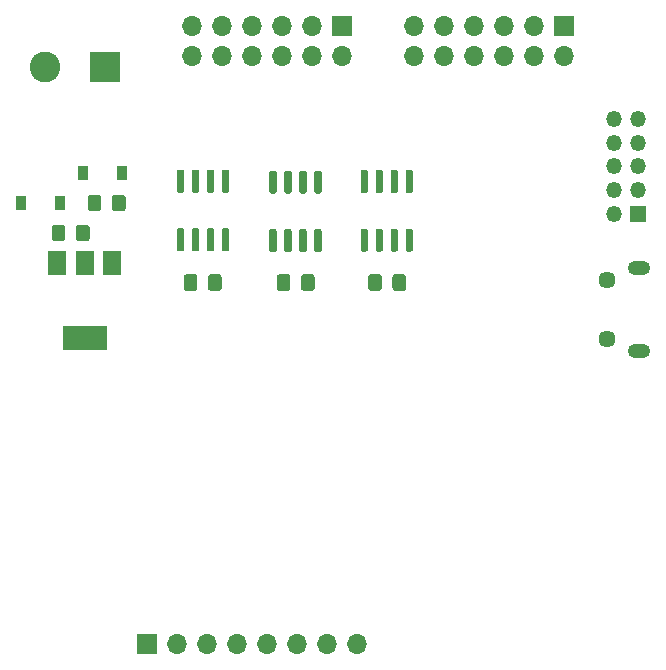
<source format=gbr>
G04 #@! TF.GenerationSoftware,KiCad,Pcbnew,5.1.5+dfsg1-2build2*
G04 #@! TF.CreationDate,2020-08-18T22:28:12+10:00*
G04 #@! TF.ProjectId,sid-board-v3,7369642d-626f-4617-9264-2d76332e6b69,rev?*
G04 #@! TF.SameCoordinates,Original*
G04 #@! TF.FileFunction,Soldermask,Bot*
G04 #@! TF.FilePolarity,Negative*
%FSLAX46Y46*%
G04 Gerber Fmt 4.6, Leading zero omitted, Abs format (unit mm)*
G04 Created by KiCad (PCBNEW 5.1.5+dfsg1-2build2) date 2020-08-18 22:28:12*
%MOMM*%
%LPD*%
G04 APERTURE LIST*
%ADD10O,1.700000X1.700000*%
%ADD11R,1.700000X1.700000*%
%ADD12O,1.350000X1.350000*%
%ADD13R,1.350000X1.350000*%
%ADD14R,0.900000X1.200000*%
%ADD15C,0.100000*%
%ADD16O,1.900000X1.200000*%
%ADD17C,1.450000*%
%ADD18C,2.600000*%
%ADD19R,2.600000X2.600000*%
%ADD20R,1.500000X2.000000*%
%ADD21R,3.800000X2.000000*%
G04 APERTURE END LIST*
D10*
X133604000Y-71755000D03*
X133604000Y-69215000D03*
X136144000Y-71755000D03*
X136144000Y-69215000D03*
X138684000Y-71755000D03*
X138684000Y-69215000D03*
X141224000Y-71755000D03*
X141224000Y-69215000D03*
X143764000Y-71755000D03*
X143764000Y-69215000D03*
X146304000Y-71755000D03*
D11*
X146304000Y-69215000D03*
D12*
X169323000Y-77090000D03*
X171323000Y-77090000D03*
X169323000Y-79090000D03*
X171323000Y-79090000D03*
X169323000Y-81090000D03*
X171323000Y-81090000D03*
X169323000Y-83090000D03*
X171323000Y-83090000D03*
X169323000Y-85090000D03*
D13*
X171323000Y-85090000D03*
D10*
X152400000Y-71755000D03*
X152400000Y-69215000D03*
X154940000Y-71755000D03*
X154940000Y-69215000D03*
X157480000Y-71755000D03*
X157480000Y-69215000D03*
X160020000Y-71755000D03*
X160020000Y-69215000D03*
X162560000Y-71755000D03*
X162560000Y-69215000D03*
X165100000Y-71755000D03*
D11*
X165100000Y-69215000D03*
D14*
X127634000Y-81661000D03*
X124334000Y-81661000D03*
D15*
G36*
X152136123Y-86362547D02*
G01*
X152150684Y-86364707D01*
X152164963Y-86368284D01*
X152178823Y-86373243D01*
X152192130Y-86379537D01*
X152204756Y-86387105D01*
X152216579Y-86395873D01*
X152227486Y-86405759D01*
X152237372Y-86416666D01*
X152246140Y-86428489D01*
X152253708Y-86441115D01*
X152260002Y-86454422D01*
X152264961Y-86468282D01*
X152268538Y-86482561D01*
X152270698Y-86497122D01*
X152271420Y-86511825D01*
X152271420Y-88161825D01*
X152270698Y-88176528D01*
X152268538Y-88191089D01*
X152264961Y-88205368D01*
X152260002Y-88219228D01*
X152253708Y-88232535D01*
X152246140Y-88245161D01*
X152237372Y-88256984D01*
X152227486Y-88267891D01*
X152216579Y-88277777D01*
X152204756Y-88286545D01*
X152192130Y-88294113D01*
X152178823Y-88300407D01*
X152164963Y-88305366D01*
X152150684Y-88308943D01*
X152136123Y-88311103D01*
X152121420Y-88311825D01*
X151821420Y-88311825D01*
X151806717Y-88311103D01*
X151792156Y-88308943D01*
X151777877Y-88305366D01*
X151764017Y-88300407D01*
X151750710Y-88294113D01*
X151738084Y-88286545D01*
X151726261Y-88277777D01*
X151715354Y-88267891D01*
X151705468Y-88256984D01*
X151696700Y-88245161D01*
X151689132Y-88232535D01*
X151682838Y-88219228D01*
X151677879Y-88205368D01*
X151674302Y-88191089D01*
X151672142Y-88176528D01*
X151671420Y-88161825D01*
X151671420Y-86511825D01*
X151672142Y-86497122D01*
X151674302Y-86482561D01*
X151677879Y-86468282D01*
X151682838Y-86454422D01*
X151689132Y-86441115D01*
X151696700Y-86428489D01*
X151705468Y-86416666D01*
X151715354Y-86405759D01*
X151726261Y-86395873D01*
X151738084Y-86387105D01*
X151750710Y-86379537D01*
X151764017Y-86373243D01*
X151777877Y-86368284D01*
X151792156Y-86364707D01*
X151806717Y-86362547D01*
X151821420Y-86361825D01*
X152121420Y-86361825D01*
X152136123Y-86362547D01*
G37*
G36*
X150866123Y-86362547D02*
G01*
X150880684Y-86364707D01*
X150894963Y-86368284D01*
X150908823Y-86373243D01*
X150922130Y-86379537D01*
X150934756Y-86387105D01*
X150946579Y-86395873D01*
X150957486Y-86405759D01*
X150967372Y-86416666D01*
X150976140Y-86428489D01*
X150983708Y-86441115D01*
X150990002Y-86454422D01*
X150994961Y-86468282D01*
X150998538Y-86482561D01*
X151000698Y-86497122D01*
X151001420Y-86511825D01*
X151001420Y-88161825D01*
X151000698Y-88176528D01*
X150998538Y-88191089D01*
X150994961Y-88205368D01*
X150990002Y-88219228D01*
X150983708Y-88232535D01*
X150976140Y-88245161D01*
X150967372Y-88256984D01*
X150957486Y-88267891D01*
X150946579Y-88277777D01*
X150934756Y-88286545D01*
X150922130Y-88294113D01*
X150908823Y-88300407D01*
X150894963Y-88305366D01*
X150880684Y-88308943D01*
X150866123Y-88311103D01*
X150851420Y-88311825D01*
X150551420Y-88311825D01*
X150536717Y-88311103D01*
X150522156Y-88308943D01*
X150507877Y-88305366D01*
X150494017Y-88300407D01*
X150480710Y-88294113D01*
X150468084Y-88286545D01*
X150456261Y-88277777D01*
X150445354Y-88267891D01*
X150435468Y-88256984D01*
X150426700Y-88245161D01*
X150419132Y-88232535D01*
X150412838Y-88219228D01*
X150407879Y-88205368D01*
X150404302Y-88191089D01*
X150402142Y-88176528D01*
X150401420Y-88161825D01*
X150401420Y-86511825D01*
X150402142Y-86497122D01*
X150404302Y-86482561D01*
X150407879Y-86468282D01*
X150412838Y-86454422D01*
X150419132Y-86441115D01*
X150426700Y-86428489D01*
X150435468Y-86416666D01*
X150445354Y-86405759D01*
X150456261Y-86395873D01*
X150468084Y-86387105D01*
X150480710Y-86379537D01*
X150494017Y-86373243D01*
X150507877Y-86368284D01*
X150522156Y-86364707D01*
X150536717Y-86362547D01*
X150551420Y-86361825D01*
X150851420Y-86361825D01*
X150866123Y-86362547D01*
G37*
G36*
X149596123Y-86362547D02*
G01*
X149610684Y-86364707D01*
X149624963Y-86368284D01*
X149638823Y-86373243D01*
X149652130Y-86379537D01*
X149664756Y-86387105D01*
X149676579Y-86395873D01*
X149687486Y-86405759D01*
X149697372Y-86416666D01*
X149706140Y-86428489D01*
X149713708Y-86441115D01*
X149720002Y-86454422D01*
X149724961Y-86468282D01*
X149728538Y-86482561D01*
X149730698Y-86497122D01*
X149731420Y-86511825D01*
X149731420Y-88161825D01*
X149730698Y-88176528D01*
X149728538Y-88191089D01*
X149724961Y-88205368D01*
X149720002Y-88219228D01*
X149713708Y-88232535D01*
X149706140Y-88245161D01*
X149697372Y-88256984D01*
X149687486Y-88267891D01*
X149676579Y-88277777D01*
X149664756Y-88286545D01*
X149652130Y-88294113D01*
X149638823Y-88300407D01*
X149624963Y-88305366D01*
X149610684Y-88308943D01*
X149596123Y-88311103D01*
X149581420Y-88311825D01*
X149281420Y-88311825D01*
X149266717Y-88311103D01*
X149252156Y-88308943D01*
X149237877Y-88305366D01*
X149224017Y-88300407D01*
X149210710Y-88294113D01*
X149198084Y-88286545D01*
X149186261Y-88277777D01*
X149175354Y-88267891D01*
X149165468Y-88256984D01*
X149156700Y-88245161D01*
X149149132Y-88232535D01*
X149142838Y-88219228D01*
X149137879Y-88205368D01*
X149134302Y-88191089D01*
X149132142Y-88176528D01*
X149131420Y-88161825D01*
X149131420Y-86511825D01*
X149132142Y-86497122D01*
X149134302Y-86482561D01*
X149137879Y-86468282D01*
X149142838Y-86454422D01*
X149149132Y-86441115D01*
X149156700Y-86428489D01*
X149165468Y-86416666D01*
X149175354Y-86405759D01*
X149186261Y-86395873D01*
X149198084Y-86387105D01*
X149210710Y-86379537D01*
X149224017Y-86373243D01*
X149237877Y-86368284D01*
X149252156Y-86364707D01*
X149266717Y-86362547D01*
X149281420Y-86361825D01*
X149581420Y-86361825D01*
X149596123Y-86362547D01*
G37*
G36*
X148326123Y-86362547D02*
G01*
X148340684Y-86364707D01*
X148354963Y-86368284D01*
X148368823Y-86373243D01*
X148382130Y-86379537D01*
X148394756Y-86387105D01*
X148406579Y-86395873D01*
X148417486Y-86405759D01*
X148427372Y-86416666D01*
X148436140Y-86428489D01*
X148443708Y-86441115D01*
X148450002Y-86454422D01*
X148454961Y-86468282D01*
X148458538Y-86482561D01*
X148460698Y-86497122D01*
X148461420Y-86511825D01*
X148461420Y-88161825D01*
X148460698Y-88176528D01*
X148458538Y-88191089D01*
X148454961Y-88205368D01*
X148450002Y-88219228D01*
X148443708Y-88232535D01*
X148436140Y-88245161D01*
X148427372Y-88256984D01*
X148417486Y-88267891D01*
X148406579Y-88277777D01*
X148394756Y-88286545D01*
X148382130Y-88294113D01*
X148368823Y-88300407D01*
X148354963Y-88305366D01*
X148340684Y-88308943D01*
X148326123Y-88311103D01*
X148311420Y-88311825D01*
X148011420Y-88311825D01*
X147996717Y-88311103D01*
X147982156Y-88308943D01*
X147967877Y-88305366D01*
X147954017Y-88300407D01*
X147940710Y-88294113D01*
X147928084Y-88286545D01*
X147916261Y-88277777D01*
X147905354Y-88267891D01*
X147895468Y-88256984D01*
X147886700Y-88245161D01*
X147879132Y-88232535D01*
X147872838Y-88219228D01*
X147867879Y-88205368D01*
X147864302Y-88191089D01*
X147862142Y-88176528D01*
X147861420Y-88161825D01*
X147861420Y-86511825D01*
X147862142Y-86497122D01*
X147864302Y-86482561D01*
X147867879Y-86468282D01*
X147872838Y-86454422D01*
X147879132Y-86441115D01*
X147886700Y-86428489D01*
X147895468Y-86416666D01*
X147905354Y-86405759D01*
X147916261Y-86395873D01*
X147928084Y-86387105D01*
X147940710Y-86379537D01*
X147954017Y-86373243D01*
X147967877Y-86368284D01*
X147982156Y-86364707D01*
X147996717Y-86362547D01*
X148011420Y-86361825D01*
X148311420Y-86361825D01*
X148326123Y-86362547D01*
G37*
G36*
X148326123Y-81412547D02*
G01*
X148340684Y-81414707D01*
X148354963Y-81418284D01*
X148368823Y-81423243D01*
X148382130Y-81429537D01*
X148394756Y-81437105D01*
X148406579Y-81445873D01*
X148417486Y-81455759D01*
X148427372Y-81466666D01*
X148436140Y-81478489D01*
X148443708Y-81491115D01*
X148450002Y-81504422D01*
X148454961Y-81518282D01*
X148458538Y-81532561D01*
X148460698Y-81547122D01*
X148461420Y-81561825D01*
X148461420Y-83211825D01*
X148460698Y-83226528D01*
X148458538Y-83241089D01*
X148454961Y-83255368D01*
X148450002Y-83269228D01*
X148443708Y-83282535D01*
X148436140Y-83295161D01*
X148427372Y-83306984D01*
X148417486Y-83317891D01*
X148406579Y-83327777D01*
X148394756Y-83336545D01*
X148382130Y-83344113D01*
X148368823Y-83350407D01*
X148354963Y-83355366D01*
X148340684Y-83358943D01*
X148326123Y-83361103D01*
X148311420Y-83361825D01*
X148011420Y-83361825D01*
X147996717Y-83361103D01*
X147982156Y-83358943D01*
X147967877Y-83355366D01*
X147954017Y-83350407D01*
X147940710Y-83344113D01*
X147928084Y-83336545D01*
X147916261Y-83327777D01*
X147905354Y-83317891D01*
X147895468Y-83306984D01*
X147886700Y-83295161D01*
X147879132Y-83282535D01*
X147872838Y-83269228D01*
X147867879Y-83255368D01*
X147864302Y-83241089D01*
X147862142Y-83226528D01*
X147861420Y-83211825D01*
X147861420Y-81561825D01*
X147862142Y-81547122D01*
X147864302Y-81532561D01*
X147867879Y-81518282D01*
X147872838Y-81504422D01*
X147879132Y-81491115D01*
X147886700Y-81478489D01*
X147895468Y-81466666D01*
X147905354Y-81455759D01*
X147916261Y-81445873D01*
X147928084Y-81437105D01*
X147940710Y-81429537D01*
X147954017Y-81423243D01*
X147967877Y-81418284D01*
X147982156Y-81414707D01*
X147996717Y-81412547D01*
X148011420Y-81411825D01*
X148311420Y-81411825D01*
X148326123Y-81412547D01*
G37*
G36*
X149596123Y-81412547D02*
G01*
X149610684Y-81414707D01*
X149624963Y-81418284D01*
X149638823Y-81423243D01*
X149652130Y-81429537D01*
X149664756Y-81437105D01*
X149676579Y-81445873D01*
X149687486Y-81455759D01*
X149697372Y-81466666D01*
X149706140Y-81478489D01*
X149713708Y-81491115D01*
X149720002Y-81504422D01*
X149724961Y-81518282D01*
X149728538Y-81532561D01*
X149730698Y-81547122D01*
X149731420Y-81561825D01*
X149731420Y-83211825D01*
X149730698Y-83226528D01*
X149728538Y-83241089D01*
X149724961Y-83255368D01*
X149720002Y-83269228D01*
X149713708Y-83282535D01*
X149706140Y-83295161D01*
X149697372Y-83306984D01*
X149687486Y-83317891D01*
X149676579Y-83327777D01*
X149664756Y-83336545D01*
X149652130Y-83344113D01*
X149638823Y-83350407D01*
X149624963Y-83355366D01*
X149610684Y-83358943D01*
X149596123Y-83361103D01*
X149581420Y-83361825D01*
X149281420Y-83361825D01*
X149266717Y-83361103D01*
X149252156Y-83358943D01*
X149237877Y-83355366D01*
X149224017Y-83350407D01*
X149210710Y-83344113D01*
X149198084Y-83336545D01*
X149186261Y-83327777D01*
X149175354Y-83317891D01*
X149165468Y-83306984D01*
X149156700Y-83295161D01*
X149149132Y-83282535D01*
X149142838Y-83269228D01*
X149137879Y-83255368D01*
X149134302Y-83241089D01*
X149132142Y-83226528D01*
X149131420Y-83211825D01*
X149131420Y-81561825D01*
X149132142Y-81547122D01*
X149134302Y-81532561D01*
X149137879Y-81518282D01*
X149142838Y-81504422D01*
X149149132Y-81491115D01*
X149156700Y-81478489D01*
X149165468Y-81466666D01*
X149175354Y-81455759D01*
X149186261Y-81445873D01*
X149198084Y-81437105D01*
X149210710Y-81429537D01*
X149224017Y-81423243D01*
X149237877Y-81418284D01*
X149252156Y-81414707D01*
X149266717Y-81412547D01*
X149281420Y-81411825D01*
X149581420Y-81411825D01*
X149596123Y-81412547D01*
G37*
G36*
X150866123Y-81412547D02*
G01*
X150880684Y-81414707D01*
X150894963Y-81418284D01*
X150908823Y-81423243D01*
X150922130Y-81429537D01*
X150934756Y-81437105D01*
X150946579Y-81445873D01*
X150957486Y-81455759D01*
X150967372Y-81466666D01*
X150976140Y-81478489D01*
X150983708Y-81491115D01*
X150990002Y-81504422D01*
X150994961Y-81518282D01*
X150998538Y-81532561D01*
X151000698Y-81547122D01*
X151001420Y-81561825D01*
X151001420Y-83211825D01*
X151000698Y-83226528D01*
X150998538Y-83241089D01*
X150994961Y-83255368D01*
X150990002Y-83269228D01*
X150983708Y-83282535D01*
X150976140Y-83295161D01*
X150967372Y-83306984D01*
X150957486Y-83317891D01*
X150946579Y-83327777D01*
X150934756Y-83336545D01*
X150922130Y-83344113D01*
X150908823Y-83350407D01*
X150894963Y-83355366D01*
X150880684Y-83358943D01*
X150866123Y-83361103D01*
X150851420Y-83361825D01*
X150551420Y-83361825D01*
X150536717Y-83361103D01*
X150522156Y-83358943D01*
X150507877Y-83355366D01*
X150494017Y-83350407D01*
X150480710Y-83344113D01*
X150468084Y-83336545D01*
X150456261Y-83327777D01*
X150445354Y-83317891D01*
X150435468Y-83306984D01*
X150426700Y-83295161D01*
X150419132Y-83282535D01*
X150412838Y-83269228D01*
X150407879Y-83255368D01*
X150404302Y-83241089D01*
X150402142Y-83226528D01*
X150401420Y-83211825D01*
X150401420Y-81561825D01*
X150402142Y-81547122D01*
X150404302Y-81532561D01*
X150407879Y-81518282D01*
X150412838Y-81504422D01*
X150419132Y-81491115D01*
X150426700Y-81478489D01*
X150435468Y-81466666D01*
X150445354Y-81455759D01*
X150456261Y-81445873D01*
X150468084Y-81437105D01*
X150480710Y-81429537D01*
X150494017Y-81423243D01*
X150507877Y-81418284D01*
X150522156Y-81414707D01*
X150536717Y-81412547D01*
X150551420Y-81411825D01*
X150851420Y-81411825D01*
X150866123Y-81412547D01*
G37*
G36*
X152136123Y-81412547D02*
G01*
X152150684Y-81414707D01*
X152164963Y-81418284D01*
X152178823Y-81423243D01*
X152192130Y-81429537D01*
X152204756Y-81437105D01*
X152216579Y-81445873D01*
X152227486Y-81455759D01*
X152237372Y-81466666D01*
X152246140Y-81478489D01*
X152253708Y-81491115D01*
X152260002Y-81504422D01*
X152264961Y-81518282D01*
X152268538Y-81532561D01*
X152270698Y-81547122D01*
X152271420Y-81561825D01*
X152271420Y-83211825D01*
X152270698Y-83226528D01*
X152268538Y-83241089D01*
X152264961Y-83255368D01*
X152260002Y-83269228D01*
X152253708Y-83282535D01*
X152246140Y-83295161D01*
X152237372Y-83306984D01*
X152227486Y-83317891D01*
X152216579Y-83327777D01*
X152204756Y-83336545D01*
X152192130Y-83344113D01*
X152178823Y-83350407D01*
X152164963Y-83355366D01*
X152150684Y-83358943D01*
X152136123Y-83361103D01*
X152121420Y-83361825D01*
X151821420Y-83361825D01*
X151806717Y-83361103D01*
X151792156Y-83358943D01*
X151777877Y-83355366D01*
X151764017Y-83350407D01*
X151750710Y-83344113D01*
X151738084Y-83336545D01*
X151726261Y-83327777D01*
X151715354Y-83317891D01*
X151705468Y-83306984D01*
X151696700Y-83295161D01*
X151689132Y-83282535D01*
X151682838Y-83269228D01*
X151677879Y-83255368D01*
X151674302Y-83241089D01*
X151672142Y-83226528D01*
X151671420Y-83211825D01*
X151671420Y-81561825D01*
X151672142Y-81547122D01*
X151674302Y-81532561D01*
X151677879Y-81518282D01*
X151682838Y-81504422D01*
X151689132Y-81491115D01*
X151696700Y-81478489D01*
X151705468Y-81466666D01*
X151715354Y-81455759D01*
X151726261Y-81445873D01*
X151738084Y-81437105D01*
X151750710Y-81429537D01*
X151764017Y-81423243D01*
X151777877Y-81418284D01*
X151792156Y-81414707D01*
X151806717Y-81412547D01*
X151821420Y-81411825D01*
X152121420Y-81411825D01*
X152136123Y-81412547D01*
G37*
D16*
X171417500Y-89718000D03*
X171417500Y-96718000D03*
D17*
X168717500Y-90718000D03*
X168717500Y-95718000D03*
D18*
X121158000Y-72644000D03*
D19*
X126238000Y-72644000D03*
D20*
X122189000Y-89313252D03*
X126789000Y-89313252D03*
X124489000Y-89313252D03*
D21*
X124489000Y-95613252D03*
D15*
G36*
X141691505Y-90233204D02*
G01*
X141715773Y-90236804D01*
X141739572Y-90242765D01*
X141762671Y-90251030D01*
X141784850Y-90261520D01*
X141805893Y-90274132D01*
X141825599Y-90288747D01*
X141843777Y-90305223D01*
X141860253Y-90323401D01*
X141874868Y-90343107D01*
X141887480Y-90364150D01*
X141897970Y-90386329D01*
X141906235Y-90409428D01*
X141912196Y-90433227D01*
X141915796Y-90457495D01*
X141917000Y-90481999D01*
X141917000Y-91382001D01*
X141915796Y-91406505D01*
X141912196Y-91430773D01*
X141906235Y-91454572D01*
X141897970Y-91477671D01*
X141887480Y-91499850D01*
X141874868Y-91520893D01*
X141860253Y-91540599D01*
X141843777Y-91558777D01*
X141825599Y-91575253D01*
X141805893Y-91589868D01*
X141784850Y-91602480D01*
X141762671Y-91612970D01*
X141739572Y-91621235D01*
X141715773Y-91627196D01*
X141691505Y-91630796D01*
X141667001Y-91632000D01*
X141016999Y-91632000D01*
X140992495Y-91630796D01*
X140968227Y-91627196D01*
X140944428Y-91621235D01*
X140921329Y-91612970D01*
X140899150Y-91602480D01*
X140878107Y-91589868D01*
X140858401Y-91575253D01*
X140840223Y-91558777D01*
X140823747Y-91540599D01*
X140809132Y-91520893D01*
X140796520Y-91499850D01*
X140786030Y-91477671D01*
X140777765Y-91454572D01*
X140771804Y-91430773D01*
X140768204Y-91406505D01*
X140767000Y-91382001D01*
X140767000Y-90481999D01*
X140768204Y-90457495D01*
X140771804Y-90433227D01*
X140777765Y-90409428D01*
X140786030Y-90386329D01*
X140796520Y-90364150D01*
X140809132Y-90343107D01*
X140823747Y-90323401D01*
X140840223Y-90305223D01*
X140858401Y-90288747D01*
X140878107Y-90274132D01*
X140899150Y-90261520D01*
X140921329Y-90251030D01*
X140944428Y-90242765D01*
X140968227Y-90236804D01*
X140992495Y-90233204D01*
X141016999Y-90232000D01*
X141667001Y-90232000D01*
X141691505Y-90233204D01*
G37*
G36*
X143741505Y-90233204D02*
G01*
X143765773Y-90236804D01*
X143789572Y-90242765D01*
X143812671Y-90251030D01*
X143834850Y-90261520D01*
X143855893Y-90274132D01*
X143875599Y-90288747D01*
X143893777Y-90305223D01*
X143910253Y-90323401D01*
X143924868Y-90343107D01*
X143937480Y-90364150D01*
X143947970Y-90386329D01*
X143956235Y-90409428D01*
X143962196Y-90433227D01*
X143965796Y-90457495D01*
X143967000Y-90481999D01*
X143967000Y-91382001D01*
X143965796Y-91406505D01*
X143962196Y-91430773D01*
X143956235Y-91454572D01*
X143947970Y-91477671D01*
X143937480Y-91499850D01*
X143924868Y-91520893D01*
X143910253Y-91540599D01*
X143893777Y-91558777D01*
X143875599Y-91575253D01*
X143855893Y-91589868D01*
X143834850Y-91602480D01*
X143812671Y-91612970D01*
X143789572Y-91621235D01*
X143765773Y-91627196D01*
X143741505Y-91630796D01*
X143717001Y-91632000D01*
X143066999Y-91632000D01*
X143042495Y-91630796D01*
X143018227Y-91627196D01*
X142994428Y-91621235D01*
X142971329Y-91612970D01*
X142949150Y-91602480D01*
X142928107Y-91589868D01*
X142908401Y-91575253D01*
X142890223Y-91558777D01*
X142873747Y-91540599D01*
X142859132Y-91520893D01*
X142846520Y-91499850D01*
X142836030Y-91477671D01*
X142827765Y-91454572D01*
X142821804Y-91430773D01*
X142818204Y-91406505D01*
X142817000Y-91382001D01*
X142817000Y-90481999D01*
X142818204Y-90457495D01*
X142821804Y-90433227D01*
X142827765Y-90409428D01*
X142836030Y-90386329D01*
X142846520Y-90364150D01*
X142859132Y-90343107D01*
X142873747Y-90323401D01*
X142890223Y-90305223D01*
X142908401Y-90288747D01*
X142928107Y-90274132D01*
X142949150Y-90261520D01*
X142971329Y-90251030D01*
X142994428Y-90242765D01*
X143018227Y-90236804D01*
X143042495Y-90233204D01*
X143066999Y-90232000D01*
X143717001Y-90232000D01*
X143741505Y-90233204D01*
G37*
G36*
X151488505Y-90233204D02*
G01*
X151512773Y-90236804D01*
X151536572Y-90242765D01*
X151559671Y-90251030D01*
X151581850Y-90261520D01*
X151602893Y-90274132D01*
X151622599Y-90288747D01*
X151640777Y-90305223D01*
X151657253Y-90323401D01*
X151671868Y-90343107D01*
X151684480Y-90364150D01*
X151694970Y-90386329D01*
X151703235Y-90409428D01*
X151709196Y-90433227D01*
X151712796Y-90457495D01*
X151714000Y-90481999D01*
X151714000Y-91382001D01*
X151712796Y-91406505D01*
X151709196Y-91430773D01*
X151703235Y-91454572D01*
X151694970Y-91477671D01*
X151684480Y-91499850D01*
X151671868Y-91520893D01*
X151657253Y-91540599D01*
X151640777Y-91558777D01*
X151622599Y-91575253D01*
X151602893Y-91589868D01*
X151581850Y-91602480D01*
X151559671Y-91612970D01*
X151536572Y-91621235D01*
X151512773Y-91627196D01*
X151488505Y-91630796D01*
X151464001Y-91632000D01*
X150813999Y-91632000D01*
X150789495Y-91630796D01*
X150765227Y-91627196D01*
X150741428Y-91621235D01*
X150718329Y-91612970D01*
X150696150Y-91602480D01*
X150675107Y-91589868D01*
X150655401Y-91575253D01*
X150637223Y-91558777D01*
X150620747Y-91540599D01*
X150606132Y-91520893D01*
X150593520Y-91499850D01*
X150583030Y-91477671D01*
X150574765Y-91454572D01*
X150568804Y-91430773D01*
X150565204Y-91406505D01*
X150564000Y-91382001D01*
X150564000Y-90481999D01*
X150565204Y-90457495D01*
X150568804Y-90433227D01*
X150574765Y-90409428D01*
X150583030Y-90386329D01*
X150593520Y-90364150D01*
X150606132Y-90343107D01*
X150620747Y-90323401D01*
X150637223Y-90305223D01*
X150655401Y-90288747D01*
X150675107Y-90274132D01*
X150696150Y-90261520D01*
X150718329Y-90251030D01*
X150741428Y-90242765D01*
X150765227Y-90236804D01*
X150789495Y-90233204D01*
X150813999Y-90232000D01*
X151464001Y-90232000D01*
X151488505Y-90233204D01*
G37*
G36*
X149438505Y-90233204D02*
G01*
X149462773Y-90236804D01*
X149486572Y-90242765D01*
X149509671Y-90251030D01*
X149531850Y-90261520D01*
X149552893Y-90274132D01*
X149572599Y-90288747D01*
X149590777Y-90305223D01*
X149607253Y-90323401D01*
X149621868Y-90343107D01*
X149634480Y-90364150D01*
X149644970Y-90386329D01*
X149653235Y-90409428D01*
X149659196Y-90433227D01*
X149662796Y-90457495D01*
X149664000Y-90481999D01*
X149664000Y-91382001D01*
X149662796Y-91406505D01*
X149659196Y-91430773D01*
X149653235Y-91454572D01*
X149644970Y-91477671D01*
X149634480Y-91499850D01*
X149621868Y-91520893D01*
X149607253Y-91540599D01*
X149590777Y-91558777D01*
X149572599Y-91575253D01*
X149552893Y-91589868D01*
X149531850Y-91602480D01*
X149509671Y-91612970D01*
X149486572Y-91621235D01*
X149462773Y-91627196D01*
X149438505Y-91630796D01*
X149414001Y-91632000D01*
X148763999Y-91632000D01*
X148739495Y-91630796D01*
X148715227Y-91627196D01*
X148691428Y-91621235D01*
X148668329Y-91612970D01*
X148646150Y-91602480D01*
X148625107Y-91589868D01*
X148605401Y-91575253D01*
X148587223Y-91558777D01*
X148570747Y-91540599D01*
X148556132Y-91520893D01*
X148543520Y-91499850D01*
X148533030Y-91477671D01*
X148524765Y-91454572D01*
X148518804Y-91430773D01*
X148515204Y-91406505D01*
X148514000Y-91382001D01*
X148514000Y-90481999D01*
X148515204Y-90457495D01*
X148518804Y-90433227D01*
X148524765Y-90409428D01*
X148533030Y-90386329D01*
X148543520Y-90364150D01*
X148556132Y-90343107D01*
X148570747Y-90323401D01*
X148587223Y-90305223D01*
X148605401Y-90288747D01*
X148625107Y-90274132D01*
X148646150Y-90261520D01*
X148668329Y-90251030D01*
X148691428Y-90242765D01*
X148715227Y-90236804D01*
X148739495Y-90233204D01*
X148763999Y-90232000D01*
X149414001Y-90232000D01*
X149438505Y-90233204D01*
G37*
G36*
X144421580Y-81457881D02*
G01*
X144436141Y-81460041D01*
X144450420Y-81463618D01*
X144464280Y-81468577D01*
X144477587Y-81474871D01*
X144490213Y-81482439D01*
X144502036Y-81491207D01*
X144512943Y-81501093D01*
X144522829Y-81512000D01*
X144531597Y-81523823D01*
X144539165Y-81536449D01*
X144545459Y-81549756D01*
X144550418Y-81563616D01*
X144553995Y-81577895D01*
X144556155Y-81592456D01*
X144556877Y-81607159D01*
X144556877Y-83257159D01*
X144556155Y-83271862D01*
X144553995Y-83286423D01*
X144550418Y-83300702D01*
X144545459Y-83314562D01*
X144539165Y-83327869D01*
X144531597Y-83340495D01*
X144522829Y-83352318D01*
X144512943Y-83363225D01*
X144502036Y-83373111D01*
X144490213Y-83381879D01*
X144477587Y-83389447D01*
X144464280Y-83395741D01*
X144450420Y-83400700D01*
X144436141Y-83404277D01*
X144421580Y-83406437D01*
X144406877Y-83407159D01*
X144106877Y-83407159D01*
X144092174Y-83406437D01*
X144077613Y-83404277D01*
X144063334Y-83400700D01*
X144049474Y-83395741D01*
X144036167Y-83389447D01*
X144023541Y-83381879D01*
X144011718Y-83373111D01*
X144000811Y-83363225D01*
X143990925Y-83352318D01*
X143982157Y-83340495D01*
X143974589Y-83327869D01*
X143968295Y-83314562D01*
X143963336Y-83300702D01*
X143959759Y-83286423D01*
X143957599Y-83271862D01*
X143956877Y-83257159D01*
X143956877Y-81607159D01*
X143957599Y-81592456D01*
X143959759Y-81577895D01*
X143963336Y-81563616D01*
X143968295Y-81549756D01*
X143974589Y-81536449D01*
X143982157Y-81523823D01*
X143990925Y-81512000D01*
X144000811Y-81501093D01*
X144011718Y-81491207D01*
X144023541Y-81482439D01*
X144036167Y-81474871D01*
X144049474Y-81468577D01*
X144063334Y-81463618D01*
X144077613Y-81460041D01*
X144092174Y-81457881D01*
X144106877Y-81457159D01*
X144406877Y-81457159D01*
X144421580Y-81457881D01*
G37*
G36*
X143151580Y-81457881D02*
G01*
X143166141Y-81460041D01*
X143180420Y-81463618D01*
X143194280Y-81468577D01*
X143207587Y-81474871D01*
X143220213Y-81482439D01*
X143232036Y-81491207D01*
X143242943Y-81501093D01*
X143252829Y-81512000D01*
X143261597Y-81523823D01*
X143269165Y-81536449D01*
X143275459Y-81549756D01*
X143280418Y-81563616D01*
X143283995Y-81577895D01*
X143286155Y-81592456D01*
X143286877Y-81607159D01*
X143286877Y-83257159D01*
X143286155Y-83271862D01*
X143283995Y-83286423D01*
X143280418Y-83300702D01*
X143275459Y-83314562D01*
X143269165Y-83327869D01*
X143261597Y-83340495D01*
X143252829Y-83352318D01*
X143242943Y-83363225D01*
X143232036Y-83373111D01*
X143220213Y-83381879D01*
X143207587Y-83389447D01*
X143194280Y-83395741D01*
X143180420Y-83400700D01*
X143166141Y-83404277D01*
X143151580Y-83406437D01*
X143136877Y-83407159D01*
X142836877Y-83407159D01*
X142822174Y-83406437D01*
X142807613Y-83404277D01*
X142793334Y-83400700D01*
X142779474Y-83395741D01*
X142766167Y-83389447D01*
X142753541Y-83381879D01*
X142741718Y-83373111D01*
X142730811Y-83363225D01*
X142720925Y-83352318D01*
X142712157Y-83340495D01*
X142704589Y-83327869D01*
X142698295Y-83314562D01*
X142693336Y-83300702D01*
X142689759Y-83286423D01*
X142687599Y-83271862D01*
X142686877Y-83257159D01*
X142686877Y-81607159D01*
X142687599Y-81592456D01*
X142689759Y-81577895D01*
X142693336Y-81563616D01*
X142698295Y-81549756D01*
X142704589Y-81536449D01*
X142712157Y-81523823D01*
X142720925Y-81512000D01*
X142730811Y-81501093D01*
X142741718Y-81491207D01*
X142753541Y-81482439D01*
X142766167Y-81474871D01*
X142779474Y-81468577D01*
X142793334Y-81463618D01*
X142807613Y-81460041D01*
X142822174Y-81457881D01*
X142836877Y-81457159D01*
X143136877Y-81457159D01*
X143151580Y-81457881D01*
G37*
G36*
X141881580Y-81457881D02*
G01*
X141896141Y-81460041D01*
X141910420Y-81463618D01*
X141924280Y-81468577D01*
X141937587Y-81474871D01*
X141950213Y-81482439D01*
X141962036Y-81491207D01*
X141972943Y-81501093D01*
X141982829Y-81512000D01*
X141991597Y-81523823D01*
X141999165Y-81536449D01*
X142005459Y-81549756D01*
X142010418Y-81563616D01*
X142013995Y-81577895D01*
X142016155Y-81592456D01*
X142016877Y-81607159D01*
X142016877Y-83257159D01*
X142016155Y-83271862D01*
X142013995Y-83286423D01*
X142010418Y-83300702D01*
X142005459Y-83314562D01*
X141999165Y-83327869D01*
X141991597Y-83340495D01*
X141982829Y-83352318D01*
X141972943Y-83363225D01*
X141962036Y-83373111D01*
X141950213Y-83381879D01*
X141937587Y-83389447D01*
X141924280Y-83395741D01*
X141910420Y-83400700D01*
X141896141Y-83404277D01*
X141881580Y-83406437D01*
X141866877Y-83407159D01*
X141566877Y-83407159D01*
X141552174Y-83406437D01*
X141537613Y-83404277D01*
X141523334Y-83400700D01*
X141509474Y-83395741D01*
X141496167Y-83389447D01*
X141483541Y-83381879D01*
X141471718Y-83373111D01*
X141460811Y-83363225D01*
X141450925Y-83352318D01*
X141442157Y-83340495D01*
X141434589Y-83327869D01*
X141428295Y-83314562D01*
X141423336Y-83300702D01*
X141419759Y-83286423D01*
X141417599Y-83271862D01*
X141416877Y-83257159D01*
X141416877Y-81607159D01*
X141417599Y-81592456D01*
X141419759Y-81577895D01*
X141423336Y-81563616D01*
X141428295Y-81549756D01*
X141434589Y-81536449D01*
X141442157Y-81523823D01*
X141450925Y-81512000D01*
X141460811Y-81501093D01*
X141471718Y-81491207D01*
X141483541Y-81482439D01*
X141496167Y-81474871D01*
X141509474Y-81468577D01*
X141523334Y-81463618D01*
X141537613Y-81460041D01*
X141552174Y-81457881D01*
X141566877Y-81457159D01*
X141866877Y-81457159D01*
X141881580Y-81457881D01*
G37*
G36*
X140611580Y-81457881D02*
G01*
X140626141Y-81460041D01*
X140640420Y-81463618D01*
X140654280Y-81468577D01*
X140667587Y-81474871D01*
X140680213Y-81482439D01*
X140692036Y-81491207D01*
X140702943Y-81501093D01*
X140712829Y-81512000D01*
X140721597Y-81523823D01*
X140729165Y-81536449D01*
X140735459Y-81549756D01*
X140740418Y-81563616D01*
X140743995Y-81577895D01*
X140746155Y-81592456D01*
X140746877Y-81607159D01*
X140746877Y-83257159D01*
X140746155Y-83271862D01*
X140743995Y-83286423D01*
X140740418Y-83300702D01*
X140735459Y-83314562D01*
X140729165Y-83327869D01*
X140721597Y-83340495D01*
X140712829Y-83352318D01*
X140702943Y-83363225D01*
X140692036Y-83373111D01*
X140680213Y-83381879D01*
X140667587Y-83389447D01*
X140654280Y-83395741D01*
X140640420Y-83400700D01*
X140626141Y-83404277D01*
X140611580Y-83406437D01*
X140596877Y-83407159D01*
X140296877Y-83407159D01*
X140282174Y-83406437D01*
X140267613Y-83404277D01*
X140253334Y-83400700D01*
X140239474Y-83395741D01*
X140226167Y-83389447D01*
X140213541Y-83381879D01*
X140201718Y-83373111D01*
X140190811Y-83363225D01*
X140180925Y-83352318D01*
X140172157Y-83340495D01*
X140164589Y-83327869D01*
X140158295Y-83314562D01*
X140153336Y-83300702D01*
X140149759Y-83286423D01*
X140147599Y-83271862D01*
X140146877Y-83257159D01*
X140146877Y-81607159D01*
X140147599Y-81592456D01*
X140149759Y-81577895D01*
X140153336Y-81563616D01*
X140158295Y-81549756D01*
X140164589Y-81536449D01*
X140172157Y-81523823D01*
X140180925Y-81512000D01*
X140190811Y-81501093D01*
X140201718Y-81491207D01*
X140213541Y-81482439D01*
X140226167Y-81474871D01*
X140239474Y-81468577D01*
X140253334Y-81463618D01*
X140267613Y-81460041D01*
X140282174Y-81457881D01*
X140296877Y-81457159D01*
X140596877Y-81457159D01*
X140611580Y-81457881D01*
G37*
G36*
X140611580Y-86407881D02*
G01*
X140626141Y-86410041D01*
X140640420Y-86413618D01*
X140654280Y-86418577D01*
X140667587Y-86424871D01*
X140680213Y-86432439D01*
X140692036Y-86441207D01*
X140702943Y-86451093D01*
X140712829Y-86462000D01*
X140721597Y-86473823D01*
X140729165Y-86486449D01*
X140735459Y-86499756D01*
X140740418Y-86513616D01*
X140743995Y-86527895D01*
X140746155Y-86542456D01*
X140746877Y-86557159D01*
X140746877Y-88207159D01*
X140746155Y-88221862D01*
X140743995Y-88236423D01*
X140740418Y-88250702D01*
X140735459Y-88264562D01*
X140729165Y-88277869D01*
X140721597Y-88290495D01*
X140712829Y-88302318D01*
X140702943Y-88313225D01*
X140692036Y-88323111D01*
X140680213Y-88331879D01*
X140667587Y-88339447D01*
X140654280Y-88345741D01*
X140640420Y-88350700D01*
X140626141Y-88354277D01*
X140611580Y-88356437D01*
X140596877Y-88357159D01*
X140296877Y-88357159D01*
X140282174Y-88356437D01*
X140267613Y-88354277D01*
X140253334Y-88350700D01*
X140239474Y-88345741D01*
X140226167Y-88339447D01*
X140213541Y-88331879D01*
X140201718Y-88323111D01*
X140190811Y-88313225D01*
X140180925Y-88302318D01*
X140172157Y-88290495D01*
X140164589Y-88277869D01*
X140158295Y-88264562D01*
X140153336Y-88250702D01*
X140149759Y-88236423D01*
X140147599Y-88221862D01*
X140146877Y-88207159D01*
X140146877Y-86557159D01*
X140147599Y-86542456D01*
X140149759Y-86527895D01*
X140153336Y-86513616D01*
X140158295Y-86499756D01*
X140164589Y-86486449D01*
X140172157Y-86473823D01*
X140180925Y-86462000D01*
X140190811Y-86451093D01*
X140201718Y-86441207D01*
X140213541Y-86432439D01*
X140226167Y-86424871D01*
X140239474Y-86418577D01*
X140253334Y-86413618D01*
X140267613Y-86410041D01*
X140282174Y-86407881D01*
X140296877Y-86407159D01*
X140596877Y-86407159D01*
X140611580Y-86407881D01*
G37*
G36*
X141881580Y-86407881D02*
G01*
X141896141Y-86410041D01*
X141910420Y-86413618D01*
X141924280Y-86418577D01*
X141937587Y-86424871D01*
X141950213Y-86432439D01*
X141962036Y-86441207D01*
X141972943Y-86451093D01*
X141982829Y-86462000D01*
X141991597Y-86473823D01*
X141999165Y-86486449D01*
X142005459Y-86499756D01*
X142010418Y-86513616D01*
X142013995Y-86527895D01*
X142016155Y-86542456D01*
X142016877Y-86557159D01*
X142016877Y-88207159D01*
X142016155Y-88221862D01*
X142013995Y-88236423D01*
X142010418Y-88250702D01*
X142005459Y-88264562D01*
X141999165Y-88277869D01*
X141991597Y-88290495D01*
X141982829Y-88302318D01*
X141972943Y-88313225D01*
X141962036Y-88323111D01*
X141950213Y-88331879D01*
X141937587Y-88339447D01*
X141924280Y-88345741D01*
X141910420Y-88350700D01*
X141896141Y-88354277D01*
X141881580Y-88356437D01*
X141866877Y-88357159D01*
X141566877Y-88357159D01*
X141552174Y-88356437D01*
X141537613Y-88354277D01*
X141523334Y-88350700D01*
X141509474Y-88345741D01*
X141496167Y-88339447D01*
X141483541Y-88331879D01*
X141471718Y-88323111D01*
X141460811Y-88313225D01*
X141450925Y-88302318D01*
X141442157Y-88290495D01*
X141434589Y-88277869D01*
X141428295Y-88264562D01*
X141423336Y-88250702D01*
X141419759Y-88236423D01*
X141417599Y-88221862D01*
X141416877Y-88207159D01*
X141416877Y-86557159D01*
X141417599Y-86542456D01*
X141419759Y-86527895D01*
X141423336Y-86513616D01*
X141428295Y-86499756D01*
X141434589Y-86486449D01*
X141442157Y-86473823D01*
X141450925Y-86462000D01*
X141460811Y-86451093D01*
X141471718Y-86441207D01*
X141483541Y-86432439D01*
X141496167Y-86424871D01*
X141509474Y-86418577D01*
X141523334Y-86413618D01*
X141537613Y-86410041D01*
X141552174Y-86407881D01*
X141566877Y-86407159D01*
X141866877Y-86407159D01*
X141881580Y-86407881D01*
G37*
G36*
X143151580Y-86407881D02*
G01*
X143166141Y-86410041D01*
X143180420Y-86413618D01*
X143194280Y-86418577D01*
X143207587Y-86424871D01*
X143220213Y-86432439D01*
X143232036Y-86441207D01*
X143242943Y-86451093D01*
X143252829Y-86462000D01*
X143261597Y-86473823D01*
X143269165Y-86486449D01*
X143275459Y-86499756D01*
X143280418Y-86513616D01*
X143283995Y-86527895D01*
X143286155Y-86542456D01*
X143286877Y-86557159D01*
X143286877Y-88207159D01*
X143286155Y-88221862D01*
X143283995Y-88236423D01*
X143280418Y-88250702D01*
X143275459Y-88264562D01*
X143269165Y-88277869D01*
X143261597Y-88290495D01*
X143252829Y-88302318D01*
X143242943Y-88313225D01*
X143232036Y-88323111D01*
X143220213Y-88331879D01*
X143207587Y-88339447D01*
X143194280Y-88345741D01*
X143180420Y-88350700D01*
X143166141Y-88354277D01*
X143151580Y-88356437D01*
X143136877Y-88357159D01*
X142836877Y-88357159D01*
X142822174Y-88356437D01*
X142807613Y-88354277D01*
X142793334Y-88350700D01*
X142779474Y-88345741D01*
X142766167Y-88339447D01*
X142753541Y-88331879D01*
X142741718Y-88323111D01*
X142730811Y-88313225D01*
X142720925Y-88302318D01*
X142712157Y-88290495D01*
X142704589Y-88277869D01*
X142698295Y-88264562D01*
X142693336Y-88250702D01*
X142689759Y-88236423D01*
X142687599Y-88221862D01*
X142686877Y-88207159D01*
X142686877Y-86557159D01*
X142687599Y-86542456D01*
X142689759Y-86527895D01*
X142693336Y-86513616D01*
X142698295Y-86499756D01*
X142704589Y-86486449D01*
X142712157Y-86473823D01*
X142720925Y-86462000D01*
X142730811Y-86451093D01*
X142741718Y-86441207D01*
X142753541Y-86432439D01*
X142766167Y-86424871D01*
X142779474Y-86418577D01*
X142793334Y-86413618D01*
X142807613Y-86410041D01*
X142822174Y-86407881D01*
X142836877Y-86407159D01*
X143136877Y-86407159D01*
X143151580Y-86407881D01*
G37*
G36*
X144421580Y-86407881D02*
G01*
X144436141Y-86410041D01*
X144450420Y-86413618D01*
X144464280Y-86418577D01*
X144477587Y-86424871D01*
X144490213Y-86432439D01*
X144502036Y-86441207D01*
X144512943Y-86451093D01*
X144522829Y-86462000D01*
X144531597Y-86473823D01*
X144539165Y-86486449D01*
X144545459Y-86499756D01*
X144550418Y-86513616D01*
X144553995Y-86527895D01*
X144556155Y-86542456D01*
X144556877Y-86557159D01*
X144556877Y-88207159D01*
X144556155Y-88221862D01*
X144553995Y-88236423D01*
X144550418Y-88250702D01*
X144545459Y-88264562D01*
X144539165Y-88277869D01*
X144531597Y-88290495D01*
X144522829Y-88302318D01*
X144512943Y-88313225D01*
X144502036Y-88323111D01*
X144490213Y-88331879D01*
X144477587Y-88339447D01*
X144464280Y-88345741D01*
X144450420Y-88350700D01*
X144436141Y-88354277D01*
X144421580Y-88356437D01*
X144406877Y-88357159D01*
X144106877Y-88357159D01*
X144092174Y-88356437D01*
X144077613Y-88354277D01*
X144063334Y-88350700D01*
X144049474Y-88345741D01*
X144036167Y-88339447D01*
X144023541Y-88331879D01*
X144011718Y-88323111D01*
X144000811Y-88313225D01*
X143990925Y-88302318D01*
X143982157Y-88290495D01*
X143974589Y-88277869D01*
X143968295Y-88264562D01*
X143963336Y-88250702D01*
X143959759Y-88236423D01*
X143957599Y-88221862D01*
X143956877Y-88207159D01*
X143956877Y-86557159D01*
X143957599Y-86542456D01*
X143959759Y-86527895D01*
X143963336Y-86513616D01*
X143968295Y-86499756D01*
X143974589Y-86486449D01*
X143982157Y-86473823D01*
X143990925Y-86462000D01*
X144000811Y-86451093D01*
X144011718Y-86441207D01*
X144023541Y-86432439D01*
X144036167Y-86424871D01*
X144049474Y-86418577D01*
X144063334Y-86413618D01*
X144077613Y-86410041D01*
X144092174Y-86407881D01*
X144106877Y-86407159D01*
X144406877Y-86407159D01*
X144421580Y-86407881D01*
G37*
D14*
X119127000Y-84201000D03*
X122427000Y-84201000D03*
D15*
G36*
X133817505Y-90233204D02*
G01*
X133841773Y-90236804D01*
X133865572Y-90242765D01*
X133888671Y-90251030D01*
X133910850Y-90261520D01*
X133931893Y-90274132D01*
X133951599Y-90288747D01*
X133969777Y-90305223D01*
X133986253Y-90323401D01*
X134000868Y-90343107D01*
X134013480Y-90364150D01*
X134023970Y-90386329D01*
X134032235Y-90409428D01*
X134038196Y-90433227D01*
X134041796Y-90457495D01*
X134043000Y-90481999D01*
X134043000Y-91382001D01*
X134041796Y-91406505D01*
X134038196Y-91430773D01*
X134032235Y-91454572D01*
X134023970Y-91477671D01*
X134013480Y-91499850D01*
X134000868Y-91520893D01*
X133986253Y-91540599D01*
X133969777Y-91558777D01*
X133951599Y-91575253D01*
X133931893Y-91589868D01*
X133910850Y-91602480D01*
X133888671Y-91612970D01*
X133865572Y-91621235D01*
X133841773Y-91627196D01*
X133817505Y-91630796D01*
X133793001Y-91632000D01*
X133142999Y-91632000D01*
X133118495Y-91630796D01*
X133094227Y-91627196D01*
X133070428Y-91621235D01*
X133047329Y-91612970D01*
X133025150Y-91602480D01*
X133004107Y-91589868D01*
X132984401Y-91575253D01*
X132966223Y-91558777D01*
X132949747Y-91540599D01*
X132935132Y-91520893D01*
X132922520Y-91499850D01*
X132912030Y-91477671D01*
X132903765Y-91454572D01*
X132897804Y-91430773D01*
X132894204Y-91406505D01*
X132893000Y-91382001D01*
X132893000Y-90481999D01*
X132894204Y-90457495D01*
X132897804Y-90433227D01*
X132903765Y-90409428D01*
X132912030Y-90386329D01*
X132922520Y-90364150D01*
X132935132Y-90343107D01*
X132949747Y-90323401D01*
X132966223Y-90305223D01*
X132984401Y-90288747D01*
X133004107Y-90274132D01*
X133025150Y-90261520D01*
X133047329Y-90251030D01*
X133070428Y-90242765D01*
X133094227Y-90236804D01*
X133118495Y-90233204D01*
X133142999Y-90232000D01*
X133793001Y-90232000D01*
X133817505Y-90233204D01*
G37*
G36*
X135867505Y-90233204D02*
G01*
X135891773Y-90236804D01*
X135915572Y-90242765D01*
X135938671Y-90251030D01*
X135960850Y-90261520D01*
X135981893Y-90274132D01*
X136001599Y-90288747D01*
X136019777Y-90305223D01*
X136036253Y-90323401D01*
X136050868Y-90343107D01*
X136063480Y-90364150D01*
X136073970Y-90386329D01*
X136082235Y-90409428D01*
X136088196Y-90433227D01*
X136091796Y-90457495D01*
X136093000Y-90481999D01*
X136093000Y-91382001D01*
X136091796Y-91406505D01*
X136088196Y-91430773D01*
X136082235Y-91454572D01*
X136073970Y-91477671D01*
X136063480Y-91499850D01*
X136050868Y-91520893D01*
X136036253Y-91540599D01*
X136019777Y-91558777D01*
X136001599Y-91575253D01*
X135981893Y-91589868D01*
X135960850Y-91602480D01*
X135938671Y-91612970D01*
X135915572Y-91621235D01*
X135891773Y-91627196D01*
X135867505Y-91630796D01*
X135843001Y-91632000D01*
X135192999Y-91632000D01*
X135168495Y-91630796D01*
X135144227Y-91627196D01*
X135120428Y-91621235D01*
X135097329Y-91612970D01*
X135075150Y-91602480D01*
X135054107Y-91589868D01*
X135034401Y-91575253D01*
X135016223Y-91558777D01*
X134999747Y-91540599D01*
X134985132Y-91520893D01*
X134972520Y-91499850D01*
X134962030Y-91477671D01*
X134953765Y-91454572D01*
X134947804Y-91430773D01*
X134944204Y-91406505D01*
X134943000Y-91382001D01*
X134943000Y-90481999D01*
X134944204Y-90457495D01*
X134947804Y-90433227D01*
X134953765Y-90409428D01*
X134962030Y-90386329D01*
X134972520Y-90364150D01*
X134985132Y-90343107D01*
X134999747Y-90323401D01*
X135016223Y-90305223D01*
X135034401Y-90288747D01*
X135054107Y-90274132D01*
X135075150Y-90261520D01*
X135097329Y-90251030D01*
X135120428Y-90242765D01*
X135144227Y-90236804D01*
X135168495Y-90233204D01*
X135192999Y-90232000D01*
X135843001Y-90232000D01*
X135867505Y-90233204D01*
G37*
G36*
X124691505Y-86042204D02*
G01*
X124715773Y-86045804D01*
X124739572Y-86051765D01*
X124762671Y-86060030D01*
X124784850Y-86070520D01*
X124805893Y-86083132D01*
X124825599Y-86097747D01*
X124843777Y-86114223D01*
X124860253Y-86132401D01*
X124874868Y-86152107D01*
X124887480Y-86173150D01*
X124897970Y-86195329D01*
X124906235Y-86218428D01*
X124912196Y-86242227D01*
X124915796Y-86266495D01*
X124917000Y-86290999D01*
X124917000Y-87191001D01*
X124915796Y-87215505D01*
X124912196Y-87239773D01*
X124906235Y-87263572D01*
X124897970Y-87286671D01*
X124887480Y-87308850D01*
X124874868Y-87329893D01*
X124860253Y-87349599D01*
X124843777Y-87367777D01*
X124825599Y-87384253D01*
X124805893Y-87398868D01*
X124784850Y-87411480D01*
X124762671Y-87421970D01*
X124739572Y-87430235D01*
X124715773Y-87436196D01*
X124691505Y-87439796D01*
X124667001Y-87441000D01*
X124016999Y-87441000D01*
X123992495Y-87439796D01*
X123968227Y-87436196D01*
X123944428Y-87430235D01*
X123921329Y-87421970D01*
X123899150Y-87411480D01*
X123878107Y-87398868D01*
X123858401Y-87384253D01*
X123840223Y-87367777D01*
X123823747Y-87349599D01*
X123809132Y-87329893D01*
X123796520Y-87308850D01*
X123786030Y-87286671D01*
X123777765Y-87263572D01*
X123771804Y-87239773D01*
X123768204Y-87215505D01*
X123767000Y-87191001D01*
X123767000Y-86290999D01*
X123768204Y-86266495D01*
X123771804Y-86242227D01*
X123777765Y-86218428D01*
X123786030Y-86195329D01*
X123796520Y-86173150D01*
X123809132Y-86152107D01*
X123823747Y-86132401D01*
X123840223Y-86114223D01*
X123858401Y-86097747D01*
X123878107Y-86083132D01*
X123899150Y-86070520D01*
X123921329Y-86060030D01*
X123944428Y-86051765D01*
X123968227Y-86045804D01*
X123992495Y-86042204D01*
X124016999Y-86041000D01*
X124667001Y-86041000D01*
X124691505Y-86042204D01*
G37*
G36*
X122641505Y-86042204D02*
G01*
X122665773Y-86045804D01*
X122689572Y-86051765D01*
X122712671Y-86060030D01*
X122734850Y-86070520D01*
X122755893Y-86083132D01*
X122775599Y-86097747D01*
X122793777Y-86114223D01*
X122810253Y-86132401D01*
X122824868Y-86152107D01*
X122837480Y-86173150D01*
X122847970Y-86195329D01*
X122856235Y-86218428D01*
X122862196Y-86242227D01*
X122865796Y-86266495D01*
X122867000Y-86290999D01*
X122867000Y-87191001D01*
X122865796Y-87215505D01*
X122862196Y-87239773D01*
X122856235Y-87263572D01*
X122847970Y-87286671D01*
X122837480Y-87308850D01*
X122824868Y-87329893D01*
X122810253Y-87349599D01*
X122793777Y-87367777D01*
X122775599Y-87384253D01*
X122755893Y-87398868D01*
X122734850Y-87411480D01*
X122712671Y-87421970D01*
X122689572Y-87430235D01*
X122665773Y-87436196D01*
X122641505Y-87439796D01*
X122617001Y-87441000D01*
X121966999Y-87441000D01*
X121942495Y-87439796D01*
X121918227Y-87436196D01*
X121894428Y-87430235D01*
X121871329Y-87421970D01*
X121849150Y-87411480D01*
X121828107Y-87398868D01*
X121808401Y-87384253D01*
X121790223Y-87367777D01*
X121773747Y-87349599D01*
X121759132Y-87329893D01*
X121746520Y-87308850D01*
X121736030Y-87286671D01*
X121727765Y-87263572D01*
X121721804Y-87239773D01*
X121718204Y-87215505D01*
X121717000Y-87191001D01*
X121717000Y-86290999D01*
X121718204Y-86266495D01*
X121721804Y-86242227D01*
X121727765Y-86218428D01*
X121736030Y-86195329D01*
X121746520Y-86173150D01*
X121759132Y-86152107D01*
X121773747Y-86132401D01*
X121790223Y-86114223D01*
X121808401Y-86097747D01*
X121828107Y-86083132D01*
X121849150Y-86070520D01*
X121871329Y-86060030D01*
X121894428Y-86051765D01*
X121918227Y-86045804D01*
X121942495Y-86042204D01*
X121966999Y-86041000D01*
X122617001Y-86041000D01*
X122641505Y-86042204D01*
G37*
G36*
X136581188Y-81386722D02*
G01*
X136595749Y-81388882D01*
X136610028Y-81392459D01*
X136623888Y-81397418D01*
X136637195Y-81403712D01*
X136649821Y-81411280D01*
X136661644Y-81420048D01*
X136672551Y-81429934D01*
X136682437Y-81440841D01*
X136691205Y-81452664D01*
X136698773Y-81465290D01*
X136705067Y-81478597D01*
X136710026Y-81492457D01*
X136713603Y-81506736D01*
X136715763Y-81521297D01*
X136716485Y-81536000D01*
X136716485Y-83186000D01*
X136715763Y-83200703D01*
X136713603Y-83215264D01*
X136710026Y-83229543D01*
X136705067Y-83243403D01*
X136698773Y-83256710D01*
X136691205Y-83269336D01*
X136682437Y-83281159D01*
X136672551Y-83292066D01*
X136661644Y-83301952D01*
X136649821Y-83310720D01*
X136637195Y-83318288D01*
X136623888Y-83324582D01*
X136610028Y-83329541D01*
X136595749Y-83333118D01*
X136581188Y-83335278D01*
X136566485Y-83336000D01*
X136266485Y-83336000D01*
X136251782Y-83335278D01*
X136237221Y-83333118D01*
X136222942Y-83329541D01*
X136209082Y-83324582D01*
X136195775Y-83318288D01*
X136183149Y-83310720D01*
X136171326Y-83301952D01*
X136160419Y-83292066D01*
X136150533Y-83281159D01*
X136141765Y-83269336D01*
X136134197Y-83256710D01*
X136127903Y-83243403D01*
X136122944Y-83229543D01*
X136119367Y-83215264D01*
X136117207Y-83200703D01*
X136116485Y-83186000D01*
X136116485Y-81536000D01*
X136117207Y-81521297D01*
X136119367Y-81506736D01*
X136122944Y-81492457D01*
X136127903Y-81478597D01*
X136134197Y-81465290D01*
X136141765Y-81452664D01*
X136150533Y-81440841D01*
X136160419Y-81429934D01*
X136171326Y-81420048D01*
X136183149Y-81411280D01*
X136195775Y-81403712D01*
X136209082Y-81397418D01*
X136222942Y-81392459D01*
X136237221Y-81388882D01*
X136251782Y-81386722D01*
X136266485Y-81386000D01*
X136566485Y-81386000D01*
X136581188Y-81386722D01*
G37*
G36*
X135311188Y-81386722D02*
G01*
X135325749Y-81388882D01*
X135340028Y-81392459D01*
X135353888Y-81397418D01*
X135367195Y-81403712D01*
X135379821Y-81411280D01*
X135391644Y-81420048D01*
X135402551Y-81429934D01*
X135412437Y-81440841D01*
X135421205Y-81452664D01*
X135428773Y-81465290D01*
X135435067Y-81478597D01*
X135440026Y-81492457D01*
X135443603Y-81506736D01*
X135445763Y-81521297D01*
X135446485Y-81536000D01*
X135446485Y-83186000D01*
X135445763Y-83200703D01*
X135443603Y-83215264D01*
X135440026Y-83229543D01*
X135435067Y-83243403D01*
X135428773Y-83256710D01*
X135421205Y-83269336D01*
X135412437Y-83281159D01*
X135402551Y-83292066D01*
X135391644Y-83301952D01*
X135379821Y-83310720D01*
X135367195Y-83318288D01*
X135353888Y-83324582D01*
X135340028Y-83329541D01*
X135325749Y-83333118D01*
X135311188Y-83335278D01*
X135296485Y-83336000D01*
X134996485Y-83336000D01*
X134981782Y-83335278D01*
X134967221Y-83333118D01*
X134952942Y-83329541D01*
X134939082Y-83324582D01*
X134925775Y-83318288D01*
X134913149Y-83310720D01*
X134901326Y-83301952D01*
X134890419Y-83292066D01*
X134880533Y-83281159D01*
X134871765Y-83269336D01*
X134864197Y-83256710D01*
X134857903Y-83243403D01*
X134852944Y-83229543D01*
X134849367Y-83215264D01*
X134847207Y-83200703D01*
X134846485Y-83186000D01*
X134846485Y-81536000D01*
X134847207Y-81521297D01*
X134849367Y-81506736D01*
X134852944Y-81492457D01*
X134857903Y-81478597D01*
X134864197Y-81465290D01*
X134871765Y-81452664D01*
X134880533Y-81440841D01*
X134890419Y-81429934D01*
X134901326Y-81420048D01*
X134913149Y-81411280D01*
X134925775Y-81403712D01*
X134939082Y-81397418D01*
X134952942Y-81392459D01*
X134967221Y-81388882D01*
X134981782Y-81386722D01*
X134996485Y-81386000D01*
X135296485Y-81386000D01*
X135311188Y-81386722D01*
G37*
G36*
X134041188Y-81386722D02*
G01*
X134055749Y-81388882D01*
X134070028Y-81392459D01*
X134083888Y-81397418D01*
X134097195Y-81403712D01*
X134109821Y-81411280D01*
X134121644Y-81420048D01*
X134132551Y-81429934D01*
X134142437Y-81440841D01*
X134151205Y-81452664D01*
X134158773Y-81465290D01*
X134165067Y-81478597D01*
X134170026Y-81492457D01*
X134173603Y-81506736D01*
X134175763Y-81521297D01*
X134176485Y-81536000D01*
X134176485Y-83186000D01*
X134175763Y-83200703D01*
X134173603Y-83215264D01*
X134170026Y-83229543D01*
X134165067Y-83243403D01*
X134158773Y-83256710D01*
X134151205Y-83269336D01*
X134142437Y-83281159D01*
X134132551Y-83292066D01*
X134121644Y-83301952D01*
X134109821Y-83310720D01*
X134097195Y-83318288D01*
X134083888Y-83324582D01*
X134070028Y-83329541D01*
X134055749Y-83333118D01*
X134041188Y-83335278D01*
X134026485Y-83336000D01*
X133726485Y-83336000D01*
X133711782Y-83335278D01*
X133697221Y-83333118D01*
X133682942Y-83329541D01*
X133669082Y-83324582D01*
X133655775Y-83318288D01*
X133643149Y-83310720D01*
X133631326Y-83301952D01*
X133620419Y-83292066D01*
X133610533Y-83281159D01*
X133601765Y-83269336D01*
X133594197Y-83256710D01*
X133587903Y-83243403D01*
X133582944Y-83229543D01*
X133579367Y-83215264D01*
X133577207Y-83200703D01*
X133576485Y-83186000D01*
X133576485Y-81536000D01*
X133577207Y-81521297D01*
X133579367Y-81506736D01*
X133582944Y-81492457D01*
X133587903Y-81478597D01*
X133594197Y-81465290D01*
X133601765Y-81452664D01*
X133610533Y-81440841D01*
X133620419Y-81429934D01*
X133631326Y-81420048D01*
X133643149Y-81411280D01*
X133655775Y-81403712D01*
X133669082Y-81397418D01*
X133682942Y-81392459D01*
X133697221Y-81388882D01*
X133711782Y-81386722D01*
X133726485Y-81386000D01*
X134026485Y-81386000D01*
X134041188Y-81386722D01*
G37*
G36*
X132771188Y-81386722D02*
G01*
X132785749Y-81388882D01*
X132800028Y-81392459D01*
X132813888Y-81397418D01*
X132827195Y-81403712D01*
X132839821Y-81411280D01*
X132851644Y-81420048D01*
X132862551Y-81429934D01*
X132872437Y-81440841D01*
X132881205Y-81452664D01*
X132888773Y-81465290D01*
X132895067Y-81478597D01*
X132900026Y-81492457D01*
X132903603Y-81506736D01*
X132905763Y-81521297D01*
X132906485Y-81536000D01*
X132906485Y-83186000D01*
X132905763Y-83200703D01*
X132903603Y-83215264D01*
X132900026Y-83229543D01*
X132895067Y-83243403D01*
X132888773Y-83256710D01*
X132881205Y-83269336D01*
X132872437Y-83281159D01*
X132862551Y-83292066D01*
X132851644Y-83301952D01*
X132839821Y-83310720D01*
X132827195Y-83318288D01*
X132813888Y-83324582D01*
X132800028Y-83329541D01*
X132785749Y-83333118D01*
X132771188Y-83335278D01*
X132756485Y-83336000D01*
X132456485Y-83336000D01*
X132441782Y-83335278D01*
X132427221Y-83333118D01*
X132412942Y-83329541D01*
X132399082Y-83324582D01*
X132385775Y-83318288D01*
X132373149Y-83310720D01*
X132361326Y-83301952D01*
X132350419Y-83292066D01*
X132340533Y-83281159D01*
X132331765Y-83269336D01*
X132324197Y-83256710D01*
X132317903Y-83243403D01*
X132312944Y-83229543D01*
X132309367Y-83215264D01*
X132307207Y-83200703D01*
X132306485Y-83186000D01*
X132306485Y-81536000D01*
X132307207Y-81521297D01*
X132309367Y-81506736D01*
X132312944Y-81492457D01*
X132317903Y-81478597D01*
X132324197Y-81465290D01*
X132331765Y-81452664D01*
X132340533Y-81440841D01*
X132350419Y-81429934D01*
X132361326Y-81420048D01*
X132373149Y-81411280D01*
X132385775Y-81403712D01*
X132399082Y-81397418D01*
X132412942Y-81392459D01*
X132427221Y-81388882D01*
X132441782Y-81386722D01*
X132456485Y-81386000D01*
X132756485Y-81386000D01*
X132771188Y-81386722D01*
G37*
G36*
X132771188Y-86336722D02*
G01*
X132785749Y-86338882D01*
X132800028Y-86342459D01*
X132813888Y-86347418D01*
X132827195Y-86353712D01*
X132839821Y-86361280D01*
X132851644Y-86370048D01*
X132862551Y-86379934D01*
X132872437Y-86390841D01*
X132881205Y-86402664D01*
X132888773Y-86415290D01*
X132895067Y-86428597D01*
X132900026Y-86442457D01*
X132903603Y-86456736D01*
X132905763Y-86471297D01*
X132906485Y-86486000D01*
X132906485Y-88136000D01*
X132905763Y-88150703D01*
X132903603Y-88165264D01*
X132900026Y-88179543D01*
X132895067Y-88193403D01*
X132888773Y-88206710D01*
X132881205Y-88219336D01*
X132872437Y-88231159D01*
X132862551Y-88242066D01*
X132851644Y-88251952D01*
X132839821Y-88260720D01*
X132827195Y-88268288D01*
X132813888Y-88274582D01*
X132800028Y-88279541D01*
X132785749Y-88283118D01*
X132771188Y-88285278D01*
X132756485Y-88286000D01*
X132456485Y-88286000D01*
X132441782Y-88285278D01*
X132427221Y-88283118D01*
X132412942Y-88279541D01*
X132399082Y-88274582D01*
X132385775Y-88268288D01*
X132373149Y-88260720D01*
X132361326Y-88251952D01*
X132350419Y-88242066D01*
X132340533Y-88231159D01*
X132331765Y-88219336D01*
X132324197Y-88206710D01*
X132317903Y-88193403D01*
X132312944Y-88179543D01*
X132309367Y-88165264D01*
X132307207Y-88150703D01*
X132306485Y-88136000D01*
X132306485Y-86486000D01*
X132307207Y-86471297D01*
X132309367Y-86456736D01*
X132312944Y-86442457D01*
X132317903Y-86428597D01*
X132324197Y-86415290D01*
X132331765Y-86402664D01*
X132340533Y-86390841D01*
X132350419Y-86379934D01*
X132361326Y-86370048D01*
X132373149Y-86361280D01*
X132385775Y-86353712D01*
X132399082Y-86347418D01*
X132412942Y-86342459D01*
X132427221Y-86338882D01*
X132441782Y-86336722D01*
X132456485Y-86336000D01*
X132756485Y-86336000D01*
X132771188Y-86336722D01*
G37*
G36*
X134041188Y-86336722D02*
G01*
X134055749Y-86338882D01*
X134070028Y-86342459D01*
X134083888Y-86347418D01*
X134097195Y-86353712D01*
X134109821Y-86361280D01*
X134121644Y-86370048D01*
X134132551Y-86379934D01*
X134142437Y-86390841D01*
X134151205Y-86402664D01*
X134158773Y-86415290D01*
X134165067Y-86428597D01*
X134170026Y-86442457D01*
X134173603Y-86456736D01*
X134175763Y-86471297D01*
X134176485Y-86486000D01*
X134176485Y-88136000D01*
X134175763Y-88150703D01*
X134173603Y-88165264D01*
X134170026Y-88179543D01*
X134165067Y-88193403D01*
X134158773Y-88206710D01*
X134151205Y-88219336D01*
X134142437Y-88231159D01*
X134132551Y-88242066D01*
X134121644Y-88251952D01*
X134109821Y-88260720D01*
X134097195Y-88268288D01*
X134083888Y-88274582D01*
X134070028Y-88279541D01*
X134055749Y-88283118D01*
X134041188Y-88285278D01*
X134026485Y-88286000D01*
X133726485Y-88286000D01*
X133711782Y-88285278D01*
X133697221Y-88283118D01*
X133682942Y-88279541D01*
X133669082Y-88274582D01*
X133655775Y-88268288D01*
X133643149Y-88260720D01*
X133631326Y-88251952D01*
X133620419Y-88242066D01*
X133610533Y-88231159D01*
X133601765Y-88219336D01*
X133594197Y-88206710D01*
X133587903Y-88193403D01*
X133582944Y-88179543D01*
X133579367Y-88165264D01*
X133577207Y-88150703D01*
X133576485Y-88136000D01*
X133576485Y-86486000D01*
X133577207Y-86471297D01*
X133579367Y-86456736D01*
X133582944Y-86442457D01*
X133587903Y-86428597D01*
X133594197Y-86415290D01*
X133601765Y-86402664D01*
X133610533Y-86390841D01*
X133620419Y-86379934D01*
X133631326Y-86370048D01*
X133643149Y-86361280D01*
X133655775Y-86353712D01*
X133669082Y-86347418D01*
X133682942Y-86342459D01*
X133697221Y-86338882D01*
X133711782Y-86336722D01*
X133726485Y-86336000D01*
X134026485Y-86336000D01*
X134041188Y-86336722D01*
G37*
G36*
X135311188Y-86336722D02*
G01*
X135325749Y-86338882D01*
X135340028Y-86342459D01*
X135353888Y-86347418D01*
X135367195Y-86353712D01*
X135379821Y-86361280D01*
X135391644Y-86370048D01*
X135402551Y-86379934D01*
X135412437Y-86390841D01*
X135421205Y-86402664D01*
X135428773Y-86415290D01*
X135435067Y-86428597D01*
X135440026Y-86442457D01*
X135443603Y-86456736D01*
X135445763Y-86471297D01*
X135446485Y-86486000D01*
X135446485Y-88136000D01*
X135445763Y-88150703D01*
X135443603Y-88165264D01*
X135440026Y-88179543D01*
X135435067Y-88193403D01*
X135428773Y-88206710D01*
X135421205Y-88219336D01*
X135412437Y-88231159D01*
X135402551Y-88242066D01*
X135391644Y-88251952D01*
X135379821Y-88260720D01*
X135367195Y-88268288D01*
X135353888Y-88274582D01*
X135340028Y-88279541D01*
X135325749Y-88283118D01*
X135311188Y-88285278D01*
X135296485Y-88286000D01*
X134996485Y-88286000D01*
X134981782Y-88285278D01*
X134967221Y-88283118D01*
X134952942Y-88279541D01*
X134939082Y-88274582D01*
X134925775Y-88268288D01*
X134913149Y-88260720D01*
X134901326Y-88251952D01*
X134890419Y-88242066D01*
X134880533Y-88231159D01*
X134871765Y-88219336D01*
X134864197Y-88206710D01*
X134857903Y-88193403D01*
X134852944Y-88179543D01*
X134849367Y-88165264D01*
X134847207Y-88150703D01*
X134846485Y-88136000D01*
X134846485Y-86486000D01*
X134847207Y-86471297D01*
X134849367Y-86456736D01*
X134852944Y-86442457D01*
X134857903Y-86428597D01*
X134864197Y-86415290D01*
X134871765Y-86402664D01*
X134880533Y-86390841D01*
X134890419Y-86379934D01*
X134901326Y-86370048D01*
X134913149Y-86361280D01*
X134925775Y-86353712D01*
X134939082Y-86347418D01*
X134952942Y-86342459D01*
X134967221Y-86338882D01*
X134981782Y-86336722D01*
X134996485Y-86336000D01*
X135296485Y-86336000D01*
X135311188Y-86336722D01*
G37*
G36*
X136581188Y-86336722D02*
G01*
X136595749Y-86338882D01*
X136610028Y-86342459D01*
X136623888Y-86347418D01*
X136637195Y-86353712D01*
X136649821Y-86361280D01*
X136661644Y-86370048D01*
X136672551Y-86379934D01*
X136682437Y-86390841D01*
X136691205Y-86402664D01*
X136698773Y-86415290D01*
X136705067Y-86428597D01*
X136710026Y-86442457D01*
X136713603Y-86456736D01*
X136715763Y-86471297D01*
X136716485Y-86486000D01*
X136716485Y-88136000D01*
X136715763Y-88150703D01*
X136713603Y-88165264D01*
X136710026Y-88179543D01*
X136705067Y-88193403D01*
X136698773Y-88206710D01*
X136691205Y-88219336D01*
X136682437Y-88231159D01*
X136672551Y-88242066D01*
X136661644Y-88251952D01*
X136649821Y-88260720D01*
X136637195Y-88268288D01*
X136623888Y-88274582D01*
X136610028Y-88279541D01*
X136595749Y-88283118D01*
X136581188Y-88285278D01*
X136566485Y-88286000D01*
X136266485Y-88286000D01*
X136251782Y-88285278D01*
X136237221Y-88283118D01*
X136222942Y-88279541D01*
X136209082Y-88274582D01*
X136195775Y-88268288D01*
X136183149Y-88260720D01*
X136171326Y-88251952D01*
X136160419Y-88242066D01*
X136150533Y-88231159D01*
X136141765Y-88219336D01*
X136134197Y-88206710D01*
X136127903Y-88193403D01*
X136122944Y-88179543D01*
X136119367Y-88165264D01*
X136117207Y-88150703D01*
X136116485Y-88136000D01*
X136116485Y-86486000D01*
X136117207Y-86471297D01*
X136119367Y-86456736D01*
X136122944Y-86442457D01*
X136127903Y-86428597D01*
X136134197Y-86415290D01*
X136141765Y-86402664D01*
X136150533Y-86390841D01*
X136160419Y-86379934D01*
X136171326Y-86370048D01*
X136183149Y-86361280D01*
X136195775Y-86353712D01*
X136209082Y-86347418D01*
X136222942Y-86342459D01*
X136237221Y-86338882D01*
X136251782Y-86336722D01*
X136266485Y-86336000D01*
X136566485Y-86336000D01*
X136581188Y-86336722D01*
G37*
G36*
X127739505Y-83502204D02*
G01*
X127763773Y-83505804D01*
X127787572Y-83511765D01*
X127810671Y-83520030D01*
X127832850Y-83530520D01*
X127853893Y-83543132D01*
X127873599Y-83557747D01*
X127891777Y-83574223D01*
X127908253Y-83592401D01*
X127922868Y-83612107D01*
X127935480Y-83633150D01*
X127945970Y-83655329D01*
X127954235Y-83678428D01*
X127960196Y-83702227D01*
X127963796Y-83726495D01*
X127965000Y-83750999D01*
X127965000Y-84651001D01*
X127963796Y-84675505D01*
X127960196Y-84699773D01*
X127954235Y-84723572D01*
X127945970Y-84746671D01*
X127935480Y-84768850D01*
X127922868Y-84789893D01*
X127908253Y-84809599D01*
X127891777Y-84827777D01*
X127873599Y-84844253D01*
X127853893Y-84858868D01*
X127832850Y-84871480D01*
X127810671Y-84881970D01*
X127787572Y-84890235D01*
X127763773Y-84896196D01*
X127739505Y-84899796D01*
X127715001Y-84901000D01*
X127064999Y-84901000D01*
X127040495Y-84899796D01*
X127016227Y-84896196D01*
X126992428Y-84890235D01*
X126969329Y-84881970D01*
X126947150Y-84871480D01*
X126926107Y-84858868D01*
X126906401Y-84844253D01*
X126888223Y-84827777D01*
X126871747Y-84809599D01*
X126857132Y-84789893D01*
X126844520Y-84768850D01*
X126834030Y-84746671D01*
X126825765Y-84723572D01*
X126819804Y-84699773D01*
X126816204Y-84675505D01*
X126815000Y-84651001D01*
X126815000Y-83750999D01*
X126816204Y-83726495D01*
X126819804Y-83702227D01*
X126825765Y-83678428D01*
X126834030Y-83655329D01*
X126844520Y-83633150D01*
X126857132Y-83612107D01*
X126871747Y-83592401D01*
X126888223Y-83574223D01*
X126906401Y-83557747D01*
X126926107Y-83543132D01*
X126947150Y-83530520D01*
X126969329Y-83520030D01*
X126992428Y-83511765D01*
X127016227Y-83505804D01*
X127040495Y-83502204D01*
X127064999Y-83501000D01*
X127715001Y-83501000D01*
X127739505Y-83502204D01*
G37*
G36*
X125689505Y-83502204D02*
G01*
X125713773Y-83505804D01*
X125737572Y-83511765D01*
X125760671Y-83520030D01*
X125782850Y-83530520D01*
X125803893Y-83543132D01*
X125823599Y-83557747D01*
X125841777Y-83574223D01*
X125858253Y-83592401D01*
X125872868Y-83612107D01*
X125885480Y-83633150D01*
X125895970Y-83655329D01*
X125904235Y-83678428D01*
X125910196Y-83702227D01*
X125913796Y-83726495D01*
X125915000Y-83750999D01*
X125915000Y-84651001D01*
X125913796Y-84675505D01*
X125910196Y-84699773D01*
X125904235Y-84723572D01*
X125895970Y-84746671D01*
X125885480Y-84768850D01*
X125872868Y-84789893D01*
X125858253Y-84809599D01*
X125841777Y-84827777D01*
X125823599Y-84844253D01*
X125803893Y-84858868D01*
X125782850Y-84871480D01*
X125760671Y-84881970D01*
X125737572Y-84890235D01*
X125713773Y-84896196D01*
X125689505Y-84899796D01*
X125665001Y-84901000D01*
X125014999Y-84901000D01*
X124990495Y-84899796D01*
X124966227Y-84896196D01*
X124942428Y-84890235D01*
X124919329Y-84881970D01*
X124897150Y-84871480D01*
X124876107Y-84858868D01*
X124856401Y-84844253D01*
X124838223Y-84827777D01*
X124821747Y-84809599D01*
X124807132Y-84789893D01*
X124794520Y-84768850D01*
X124784030Y-84746671D01*
X124775765Y-84723572D01*
X124769804Y-84699773D01*
X124766204Y-84675505D01*
X124765000Y-84651001D01*
X124765000Y-83750999D01*
X124766204Y-83726495D01*
X124769804Y-83702227D01*
X124775765Y-83678428D01*
X124784030Y-83655329D01*
X124794520Y-83633150D01*
X124807132Y-83612107D01*
X124821747Y-83592401D01*
X124838223Y-83574223D01*
X124856401Y-83557747D01*
X124876107Y-83543132D01*
X124897150Y-83530520D01*
X124919329Y-83520030D01*
X124942428Y-83511765D01*
X124966227Y-83505804D01*
X124990495Y-83502204D01*
X125014999Y-83501000D01*
X125665001Y-83501000D01*
X125689505Y-83502204D01*
G37*
D11*
X129794000Y-121539000D03*
D10*
X132334000Y-121539000D03*
X134874000Y-121539000D03*
X137414000Y-121539000D03*
X139954000Y-121539000D03*
X142494000Y-121539000D03*
X145034000Y-121539000D03*
X147574000Y-121539000D03*
M02*

</source>
